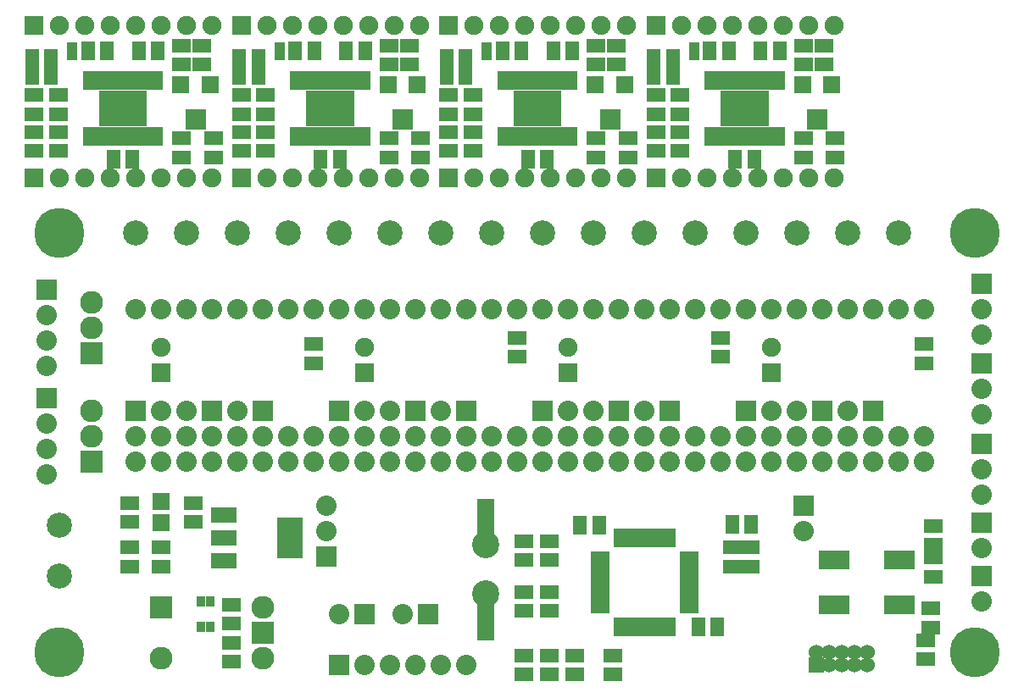
<source format=gts>
G75*
G70*
%OFA0B0*%
%FSLAX25Y25*%
%IPPOS*%
%LPD*%
%AMOC8*
5,1,8,0,0,1.08239X$1,22.5*
%
%ADD12R,0.06000X0.06000*%
%ADD23C,0.00600*%
%ADD25C,0.06000*%
%ADD26R,0.06720X0.06720*%
%ADD29C,0.19720*%
%ADD31R,0.07500X0.07500*%
%ADD35R,0.11840X0.07500*%
%ADD37R,0.08000X0.08000*%
%ADD38C,0.09000*%
%ADD41R,0.10000X0.16400*%
%ADD42C,0.07500*%
%ADD44R,0.03050X0.07500*%
%ADD47R,0.03970X0.03970*%
%ADD49C,0.09870*%
%ADD50R,0.03570X0.04360*%
%ADD52R,0.08300X0.07910*%
%ADD58R,0.09000X0.09000*%
%ADD63R,0.07500X0.05500*%
%ADD64R,0.03650X0.07790*%
%ADD66C,0.10660*%
%ADD69R,0.07500X0.03050*%
%ADD72R,0.06720X0.19720*%
%ADD74R,0.10000X0.06000*%
%ADD75C,0.08000*%
%ADD78R,0.07710X0.07910*%
%ADD91R,0.05500X0.07500*%
X0010000Y0010000D02*
G01*
D23*
D38*
X0037500Y0152500D03*
X0037500Y0162500D03*
D58*
X0037500Y0142500D03*
D38*
X0037500Y0110000D03*
X0037500Y0120000D03*
D58*
X0037500Y0100000D03*
D41*
X0115500Y0070000D03*
D74*
X0089500Y0070000D03*
X0089500Y0061000D03*
X0089500Y0079000D03*
D63*
X0052500Y0083750D03*
X0052500Y0076250D03*
X0365000Y0138750D03*
X0365000Y0146250D03*
X0367500Y0042250D03*
X0367500Y0034750D03*
X0368500Y0074750D03*
X0368500Y0067250D03*
X0205000Y0141250D03*
X0205000Y0148750D03*
X0125000Y0138750D03*
X0125000Y0146250D03*
X0207500Y0068750D03*
X0207500Y0061250D03*
X0052500Y0066250D03*
X0052500Y0058750D03*
X0065000Y0058750D03*
X0065000Y0066250D03*
X0285000Y0141250D03*
X0285000Y0148750D03*
X0092500Y0021250D03*
X0092500Y0028750D03*
X0092500Y0043750D03*
X0092500Y0036250D03*
X0207500Y0041250D03*
X0207500Y0048750D03*
D37*
X0055000Y0120000D03*
D75*
X0065000Y0120000D03*
D37*
X0085000Y0120000D03*
D75*
X0075000Y0120000D03*
D37*
X0105000Y0120000D03*
D75*
X0095000Y0120000D03*
D37*
X0135000Y0120000D03*
D75*
X0145000Y0120000D03*
D37*
X0165000Y0120000D03*
D75*
X0155000Y0120000D03*
D37*
X0185000Y0120000D03*
D75*
X0175000Y0120000D03*
D37*
X0215000Y0120000D03*
D75*
X0225000Y0120000D03*
D37*
X0245000Y0120000D03*
D75*
X0235000Y0120000D03*
D37*
X0265000Y0120000D03*
D75*
X0255000Y0120000D03*
D37*
X0295000Y0120000D03*
D75*
X0305000Y0120000D03*
D37*
X0345000Y0120000D03*
D75*
X0335000Y0120000D03*
D37*
X0325000Y0120000D03*
D75*
X0315000Y0120000D03*
D37*
X0135000Y0020000D03*
D75*
X0145000Y0020000D03*
X0155000Y0020000D03*
X0165000Y0020000D03*
X0175000Y0020000D03*
X0185000Y0020000D03*
D38*
X0105000Y0042500D03*
D58*
X0105000Y0032500D03*
D38*
X0105000Y0022500D03*
D69*
X0237500Y0063340D03*
D44*
X0244160Y0035000D03*
D69*
X0272500Y0041660D03*
D44*
X0265840Y0070000D03*
D69*
X0237500Y0061370D03*
D44*
X0246130Y0035000D03*
D69*
X0272500Y0043630D03*
D44*
X0263870Y0070000D03*
D69*
X0237500Y0059400D03*
D44*
X0248100Y0035000D03*
D69*
X0272500Y0045600D03*
D44*
X0261900Y0070000D03*
D69*
X0237500Y0057430D03*
D44*
X0250070Y0035000D03*
D69*
X0272500Y0047570D03*
D44*
X0259930Y0070000D03*
D69*
X0237500Y0055460D03*
D44*
X0252040Y0035000D03*
D69*
X0272500Y0049540D03*
D44*
X0257960Y0070000D03*
D69*
X0237500Y0053490D03*
D44*
X0254010Y0035000D03*
D69*
X0272500Y0051510D03*
D44*
X0255990Y0070000D03*
D69*
X0237500Y0051520D03*
D44*
X0255980Y0035000D03*
D69*
X0272500Y0053480D03*
D44*
X0254020Y0070000D03*
D69*
X0237500Y0049550D03*
D44*
X0257950Y0035000D03*
D69*
X0272500Y0055450D03*
D44*
X0252050Y0070000D03*
D69*
X0237500Y0047580D03*
D44*
X0259920Y0035000D03*
D69*
X0272500Y0057420D03*
D44*
X0250080Y0070000D03*
D69*
X0237500Y0045610D03*
D44*
X0261890Y0035000D03*
D69*
X0272500Y0059390D03*
D44*
X0248110Y0070000D03*
D69*
X0237500Y0043640D03*
D44*
X0263860Y0035000D03*
D69*
X0272500Y0061360D03*
D44*
X0246140Y0070000D03*
D69*
X0237500Y0041670D03*
D44*
X0265830Y0035000D03*
D69*
X0272500Y0063330D03*
D44*
X0244170Y0070000D03*
D35*
X0355290Y0061360D03*
X0355290Y0043640D03*
X0329700Y0061360D03*
X0329700Y0043640D03*
D63*
X0289500Y0066250D03*
X0289500Y0058750D03*
D91*
X0276250Y0035000D03*
X0283750Y0035000D03*
D63*
X0217500Y0068750D03*
X0217500Y0061250D03*
X0296500Y0066250D03*
X0296500Y0058750D03*
X0217500Y0041250D03*
X0217500Y0048750D03*
D91*
X0237250Y0075000D03*
X0229750Y0075000D03*
D63*
X0207500Y0016250D03*
X0207500Y0023750D03*
D91*
X0289650Y0075200D03*
X0297150Y0075200D03*
D63*
X0217500Y0016250D03*
X0217500Y0023750D03*
X0227500Y0023750D03*
X0227500Y0016250D03*
D12*
X0322500Y0020000D03*
D25*
X0322500Y0025000D03*
X0327500Y0020000D03*
X0327500Y0025000D03*
X0332500Y0020000D03*
X0332500Y0025000D03*
X0337500Y0020000D03*
X0337500Y0025000D03*
X0342500Y0020000D03*
X0342500Y0025000D03*
D37*
X0317500Y0082500D03*
D75*
X0317500Y0072500D03*
D63*
X0368500Y0062250D03*
X0368500Y0054750D03*
X0365500Y0029750D03*
X0365500Y0022250D03*
D58*
X0065000Y0042500D03*
D38*
X0065000Y0022500D03*
D66*
X0192500Y0067150D03*
D72*
X0192500Y0039390D03*
X0192500Y0075610D03*
D66*
X0192500Y0047850D03*
D49*
X0095000Y0190000D03*
X0115000Y0190000D03*
X0075000Y0190000D03*
X0055000Y0190000D03*
X0175000Y0190000D03*
X0195000Y0190000D03*
X0155000Y0190000D03*
X0135000Y0190000D03*
X0335000Y0190000D03*
X0355000Y0190000D03*
X0315000Y0190000D03*
X0295000Y0190000D03*
X0255000Y0190000D03*
X0275000Y0190000D03*
X0235000Y0190000D03*
X0215000Y0190000D03*
X0025000Y0055000D03*
X0025000Y0075000D03*
D63*
X0077500Y0076250D03*
X0077500Y0083750D03*
D26*
X0065000Y0075870D03*
X0065000Y0084130D03*
D37*
X0130000Y0062500D03*
D75*
X0130000Y0072500D03*
X0130000Y0082500D03*
D37*
X0020000Y0167500D03*
D75*
X0020000Y0157500D03*
X0020000Y0147500D03*
X0020000Y0137500D03*
D37*
X0020000Y0125000D03*
D75*
X0020000Y0115000D03*
X0020000Y0105000D03*
X0020000Y0095000D03*
D37*
X0387500Y0107000D03*
D75*
X0387500Y0097000D03*
X0387500Y0087000D03*
D37*
X0387500Y0138500D03*
D75*
X0387500Y0128500D03*
X0387500Y0118500D03*
D37*
X0387500Y0170000D03*
D75*
X0387500Y0160000D03*
X0387500Y0150000D03*
D37*
X0387500Y0076000D03*
D75*
X0387500Y0066000D03*
D37*
X0387500Y0055000D03*
D75*
X0387500Y0045000D03*
D37*
X0145000Y0040000D03*
D75*
X0135000Y0040000D03*
D37*
X0170000Y0040000D03*
D75*
X0160000Y0040000D03*
D29*
X0385000Y0025000D03*
X0385000Y0190000D03*
X0025000Y0190000D03*
X0025000Y0025000D03*
D75*
X0365000Y0100000D03*
X0355000Y0100000D03*
X0345000Y0100000D03*
X0335000Y0100000D03*
X0325000Y0100000D03*
X0315000Y0100000D03*
X0305000Y0100000D03*
X0295000Y0100000D03*
X0295000Y0160000D03*
X0305000Y0160000D03*
X0315000Y0160000D03*
X0325000Y0160000D03*
X0335000Y0160000D03*
X0345000Y0160000D03*
X0355000Y0160000D03*
X0365000Y0160000D03*
X0295000Y0110000D03*
X0305000Y0110000D03*
X0315000Y0110000D03*
X0325000Y0110000D03*
X0335000Y0110000D03*
X0345000Y0110000D03*
X0355000Y0110000D03*
X0365000Y0110000D03*
X0285000Y0100000D03*
X0275000Y0100000D03*
X0265000Y0100000D03*
X0255000Y0100000D03*
X0245000Y0100000D03*
X0235000Y0100000D03*
X0225000Y0100000D03*
X0215000Y0100000D03*
X0215000Y0160000D03*
X0225000Y0160000D03*
X0235000Y0160000D03*
X0245000Y0160000D03*
X0255000Y0160000D03*
X0265000Y0160000D03*
X0275000Y0160000D03*
X0285000Y0160000D03*
X0215000Y0110000D03*
X0225000Y0110000D03*
X0235000Y0110000D03*
X0245000Y0110000D03*
X0255000Y0110000D03*
X0265000Y0110000D03*
X0275000Y0110000D03*
X0285000Y0110000D03*
X0205000Y0100000D03*
X0195000Y0100000D03*
X0185000Y0100000D03*
X0175000Y0100000D03*
X0165000Y0100000D03*
X0155000Y0100000D03*
X0145000Y0100000D03*
X0135000Y0100000D03*
X0135000Y0160000D03*
X0145000Y0160000D03*
X0155000Y0160000D03*
X0165000Y0160000D03*
X0175000Y0160000D03*
X0185000Y0160000D03*
X0195000Y0160000D03*
X0205000Y0160000D03*
X0135000Y0110000D03*
X0145000Y0110000D03*
X0155000Y0110000D03*
X0165000Y0110000D03*
X0175000Y0110000D03*
X0185000Y0110000D03*
X0195000Y0110000D03*
X0205000Y0110000D03*
X0125000Y0100000D03*
X0115000Y0100000D03*
X0105000Y0100000D03*
X0095000Y0100000D03*
X0085000Y0100000D03*
X0075000Y0100000D03*
X0065000Y0100000D03*
X0055000Y0100000D03*
X0055000Y0160000D03*
X0065000Y0160000D03*
X0075000Y0160000D03*
X0085000Y0160000D03*
X0095000Y0160000D03*
X0105000Y0160000D03*
X0115000Y0160000D03*
X0125000Y0160000D03*
X0055000Y0110000D03*
X0065000Y0110000D03*
X0075000Y0110000D03*
X0085000Y0110000D03*
X0095000Y0110000D03*
X0105000Y0110000D03*
X0115000Y0110000D03*
X0125000Y0110000D03*
D50*
X0080730Y0045000D03*
X0084270Y0045000D03*
X0080730Y0035000D03*
X0084270Y0035000D03*
D63*
X0242500Y0023750D03*
X0242500Y0016250D03*
D31*
X0065000Y0135000D03*
D42*
X0065000Y0145000D03*
D31*
X0145000Y0135000D03*
D42*
X0145000Y0145000D03*
D31*
X0225000Y0135000D03*
D42*
X0225000Y0145000D03*
D31*
X0305000Y0135000D03*
D42*
X0305000Y0145000D03*
X0010000Y0206500D02*
G01*
D23*
D52*
X0078500Y0234500D03*
D26*
X0084210Y0248280D03*
X0072790Y0248280D03*
D63*
X0073000Y0227250D03*
X0073000Y0219750D03*
D91*
X0043750Y0261500D03*
X0036250Y0261500D03*
X0056250Y0261500D03*
X0063750Y0261500D03*
X0046250Y0219000D03*
X0053750Y0219000D03*
D63*
X0015000Y0244250D03*
X0015000Y0236750D03*
X0085500Y0227250D03*
X0085500Y0219750D03*
X0081000Y0263750D03*
X0081000Y0256250D03*
X0024500Y0236750D03*
X0024500Y0244250D03*
D91*
X0014250Y0258500D03*
X0021750Y0258500D03*
D63*
X0024500Y0229750D03*
X0024500Y0222250D03*
X0073000Y0263750D03*
X0073000Y0256250D03*
D91*
X0014250Y0252000D03*
X0021750Y0252000D03*
D63*
X0015000Y0222250D03*
X0015000Y0229750D03*
D31*
X0015000Y0271500D03*
D42*
X0025000Y0271500D03*
X0035000Y0271500D03*
X0045000Y0271500D03*
X0055000Y0271500D03*
X0065000Y0271500D03*
X0075000Y0271500D03*
X0085000Y0271500D03*
D31*
X0015000Y0211500D03*
D42*
X0025000Y0211500D03*
X0035000Y0211500D03*
X0045000Y0211500D03*
X0055000Y0211500D03*
X0065000Y0211500D03*
X0075000Y0211500D03*
X0085000Y0211500D03*
D78*
X0055710Y0236040D03*
X0050000Y0236040D03*
X0044290Y0236040D03*
X0044290Y0241950D03*
D64*
X0048720Y0227980D03*
X0051280Y0227980D03*
X0053840Y0227980D03*
X0056400Y0227980D03*
X0041080Y0250000D03*
X0041040Y0227980D03*
X0043600Y0227980D03*
X0046160Y0227980D03*
X0058960Y0250020D03*
X0056400Y0250020D03*
X0053840Y0250020D03*
X0051280Y0250020D03*
X0048720Y0250020D03*
X0046160Y0250020D03*
X0058960Y0227980D03*
X0043600Y0250000D03*
X0038480Y0227980D03*
X0061520Y0227980D03*
X0061520Y0250020D03*
X0038480Y0250020D03*
X0035930Y0227980D03*
X0064070Y0227980D03*
X0064070Y0250020D03*
X0035930Y0250020D03*
D78*
X0050000Y0241950D03*
X0055710Y0241950D03*
D47*
X0030000Y0260010D03*
X0030000Y0262970D03*
X0091500Y0206500D02*
G01*
D23*
D52*
X0160000Y0234500D03*
D26*
X0165710Y0248280D03*
X0154290Y0248280D03*
D63*
X0154500Y0227250D03*
X0154500Y0219750D03*
D91*
X0125250Y0261500D03*
X0117750Y0261500D03*
X0137750Y0261500D03*
X0145250Y0261500D03*
X0127750Y0219000D03*
X0135250Y0219000D03*
D63*
X0096500Y0244250D03*
X0096500Y0236750D03*
X0167000Y0227250D03*
X0167000Y0219750D03*
X0162500Y0263750D03*
X0162500Y0256250D03*
X0106000Y0236750D03*
X0106000Y0244250D03*
D91*
X0095750Y0258500D03*
X0103250Y0258500D03*
D63*
X0106000Y0229750D03*
X0106000Y0222250D03*
X0154500Y0263750D03*
X0154500Y0256250D03*
D91*
X0095750Y0252000D03*
X0103250Y0252000D03*
D63*
X0096500Y0222250D03*
X0096500Y0229750D03*
D31*
X0096500Y0271500D03*
D42*
X0106500Y0271500D03*
X0116500Y0271500D03*
X0126500Y0271500D03*
X0136500Y0271500D03*
X0146500Y0271500D03*
X0156500Y0271500D03*
X0166500Y0271500D03*
D31*
X0096500Y0211500D03*
D42*
X0106500Y0211500D03*
X0116500Y0211500D03*
X0126500Y0211500D03*
X0136500Y0211500D03*
X0146500Y0211500D03*
X0156500Y0211500D03*
X0166500Y0211500D03*
D78*
X0137210Y0236040D03*
X0131500Y0236040D03*
X0125790Y0236040D03*
X0125790Y0241950D03*
D64*
X0130220Y0227980D03*
X0132780Y0227980D03*
X0135340Y0227980D03*
X0137900Y0227980D03*
X0122580Y0250000D03*
X0122540Y0227980D03*
X0125100Y0227980D03*
X0127660Y0227980D03*
X0140460Y0250020D03*
X0137900Y0250020D03*
X0135340Y0250020D03*
X0132780Y0250020D03*
X0130220Y0250020D03*
X0127660Y0250020D03*
X0140460Y0227980D03*
X0125100Y0250000D03*
X0119980Y0227980D03*
X0143020Y0227980D03*
X0143020Y0250020D03*
X0119980Y0250020D03*
X0117430Y0227980D03*
X0145570Y0227980D03*
X0145570Y0250020D03*
X0117430Y0250020D03*
D78*
X0131500Y0241950D03*
X0137210Y0241950D03*
D47*
X0111500Y0260010D03*
X0111500Y0262970D03*
X0173000Y0206500D02*
G01*
D23*
D52*
X0241500Y0234500D03*
D26*
X0247210Y0248280D03*
X0235790Y0248280D03*
D63*
X0236000Y0227250D03*
X0236000Y0219750D03*
D91*
X0206750Y0261500D03*
X0199250Y0261500D03*
X0219250Y0261500D03*
X0226750Y0261500D03*
X0209250Y0219000D03*
X0216750Y0219000D03*
D63*
X0178000Y0244250D03*
X0178000Y0236750D03*
X0248500Y0227250D03*
X0248500Y0219750D03*
X0244000Y0263750D03*
X0244000Y0256250D03*
X0187500Y0236750D03*
X0187500Y0244250D03*
D91*
X0177250Y0258500D03*
X0184750Y0258500D03*
D63*
X0187500Y0229750D03*
X0187500Y0222250D03*
X0236000Y0263750D03*
X0236000Y0256250D03*
D91*
X0177250Y0252000D03*
X0184750Y0252000D03*
D63*
X0178000Y0222250D03*
X0178000Y0229750D03*
D31*
X0178000Y0271500D03*
D42*
X0188000Y0271500D03*
X0198000Y0271500D03*
X0208000Y0271500D03*
X0218000Y0271500D03*
X0228000Y0271500D03*
X0238000Y0271500D03*
X0248000Y0271500D03*
D31*
X0178000Y0211500D03*
D42*
X0188000Y0211500D03*
X0198000Y0211500D03*
X0208000Y0211500D03*
X0218000Y0211500D03*
X0228000Y0211500D03*
X0238000Y0211500D03*
X0248000Y0211500D03*
D78*
X0218710Y0236040D03*
X0213000Y0236040D03*
X0207290Y0236040D03*
X0207290Y0241950D03*
D64*
X0211720Y0227980D03*
X0214280Y0227980D03*
X0216840Y0227980D03*
X0219400Y0227980D03*
X0204080Y0250000D03*
X0204040Y0227980D03*
X0206600Y0227980D03*
X0209160Y0227980D03*
X0221960Y0250020D03*
X0219400Y0250020D03*
X0216840Y0250020D03*
X0214280Y0250020D03*
X0211720Y0250020D03*
X0209160Y0250020D03*
X0221960Y0227980D03*
X0206600Y0250000D03*
X0201480Y0227980D03*
X0224520Y0227980D03*
X0224520Y0250020D03*
X0201480Y0250020D03*
X0198930Y0227980D03*
X0227070Y0227980D03*
X0227070Y0250020D03*
X0198930Y0250020D03*
D78*
X0213000Y0241950D03*
X0218710Y0241950D03*
D47*
X0193000Y0260010D03*
X0193000Y0262970D03*
X0254500Y0206500D02*
G01*
D23*
D52*
X0323000Y0234500D03*
D26*
X0328710Y0248280D03*
X0317290Y0248280D03*
D63*
X0317500Y0227250D03*
X0317500Y0219750D03*
D91*
X0288250Y0261500D03*
X0280750Y0261500D03*
X0300750Y0261500D03*
X0308250Y0261500D03*
X0290750Y0219000D03*
X0298250Y0219000D03*
D63*
X0259500Y0244250D03*
X0259500Y0236750D03*
X0330000Y0227250D03*
X0330000Y0219750D03*
X0325500Y0263750D03*
X0325500Y0256250D03*
X0269000Y0236750D03*
X0269000Y0244250D03*
D91*
X0258750Y0258500D03*
X0266250Y0258500D03*
D63*
X0269000Y0229750D03*
X0269000Y0222250D03*
X0317500Y0263750D03*
X0317500Y0256250D03*
D91*
X0258750Y0252000D03*
X0266250Y0252000D03*
D63*
X0259500Y0222250D03*
X0259500Y0229750D03*
D31*
X0259500Y0271500D03*
D42*
X0269500Y0271500D03*
X0279500Y0271500D03*
X0289500Y0271500D03*
X0299500Y0271500D03*
X0309500Y0271500D03*
X0319500Y0271500D03*
X0329500Y0271500D03*
D31*
X0259500Y0211500D03*
D42*
X0269500Y0211500D03*
X0279500Y0211500D03*
X0289500Y0211500D03*
X0299500Y0211500D03*
X0309500Y0211500D03*
X0319500Y0211500D03*
X0329500Y0211500D03*
D78*
X0300210Y0236040D03*
X0294500Y0236040D03*
X0288790Y0236040D03*
X0288790Y0241950D03*
D64*
X0293220Y0227980D03*
X0295780Y0227980D03*
X0298340Y0227980D03*
X0300900Y0227980D03*
X0285580Y0250000D03*
X0285540Y0227980D03*
X0288100Y0227980D03*
X0290660Y0227980D03*
X0303460Y0250020D03*
X0300900Y0250020D03*
X0298340Y0250020D03*
X0295780Y0250020D03*
X0293220Y0250020D03*
X0290660Y0250020D03*
X0303460Y0227980D03*
X0288100Y0250000D03*
X0282980Y0227980D03*
X0306020Y0227980D03*
X0306020Y0250020D03*
X0282980Y0250020D03*
X0280430Y0227980D03*
X0308570Y0227980D03*
X0308570Y0250020D03*
X0280430Y0250020D03*
D78*
X0294500Y0241950D03*
X0300210Y0241950D03*
D47*
X0274500Y0260010D03*
X0274500Y0262970D03*
M02*

</source>
